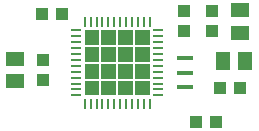
<source format=gbr>
G04 EAGLE Gerber RS-274X export*
G75*
%MOMM*%
%FSLAX34Y34*%
%LPD*%
%INSolderpaste Bottom*%
%IPPOS*%
%AMOC8*
5,1,8,0,0,1.08239X$1,22.5*%
G01*
%ADD10R,1.000000X1.100000*%
%ADD11R,1.399997X0.400000*%
%ADD12R,0.812800X0.254000*%
%ADD13R,0.254000X0.812800*%
%ADD14R,1.100000X1.000000*%
%ADD15R,1.300000X1.500000*%
%ADD16R,1.500000X1.300000*%

G36*
X329266Y361967D02*
X329266Y361967D01*
X329268Y361967D01*
X329311Y361986D01*
X329354Y362005D01*
X329355Y362007D01*
X329357Y362008D01*
X329390Y362093D01*
X329390Y374317D01*
X329389Y374319D01*
X329390Y374321D01*
X329370Y374364D01*
X329351Y374407D01*
X329349Y374408D01*
X329348Y374410D01*
X329264Y374443D01*
X317040Y374443D01*
X317038Y374442D01*
X317035Y374443D01*
X316992Y374423D01*
X316949Y374405D01*
X316948Y374403D01*
X316946Y374402D01*
X316913Y374317D01*
X316913Y362093D01*
X316914Y362091D01*
X316913Y362089D01*
X316933Y362046D01*
X316952Y362002D01*
X316954Y362001D01*
X316955Y361999D01*
X317040Y361967D01*
X329264Y361967D01*
X329266Y361967D01*
G37*
G36*
X357714Y361967D02*
X357714Y361967D01*
X357716Y361967D01*
X357759Y361986D01*
X357802Y362005D01*
X357803Y362007D01*
X357805Y362008D01*
X357838Y362093D01*
X357838Y374317D01*
X357837Y374319D01*
X357838Y374321D01*
X357818Y374364D01*
X357799Y374407D01*
X357797Y374408D01*
X357796Y374410D01*
X357712Y374443D01*
X345488Y374443D01*
X345486Y374442D01*
X345483Y374443D01*
X345440Y374423D01*
X345397Y374405D01*
X345396Y374403D01*
X345394Y374402D01*
X345361Y374317D01*
X345361Y362093D01*
X345362Y362091D01*
X345361Y362089D01*
X345381Y362046D01*
X345400Y362002D01*
X345402Y362001D01*
X345403Y361999D01*
X345488Y361967D01*
X357712Y361967D01*
X357714Y361967D01*
G37*
G36*
X343490Y361967D02*
X343490Y361967D01*
X343492Y361967D01*
X343535Y361986D01*
X343578Y362005D01*
X343579Y362007D01*
X343581Y362008D01*
X343614Y362093D01*
X343614Y374317D01*
X343613Y374319D01*
X343614Y374321D01*
X343594Y374364D01*
X343575Y374407D01*
X343573Y374408D01*
X343572Y374410D01*
X343488Y374443D01*
X331264Y374443D01*
X331262Y374442D01*
X331259Y374443D01*
X331216Y374423D01*
X331173Y374405D01*
X331172Y374403D01*
X331170Y374402D01*
X331137Y374317D01*
X331137Y362093D01*
X331138Y362091D01*
X331137Y362089D01*
X331157Y362046D01*
X331176Y362002D01*
X331178Y362001D01*
X331179Y361999D01*
X331264Y361967D01*
X343488Y361967D01*
X343490Y361967D01*
G37*
G36*
X371938Y361967D02*
X371938Y361967D01*
X371940Y361967D01*
X371983Y361986D01*
X372026Y362005D01*
X372027Y362007D01*
X372029Y362008D01*
X372062Y362093D01*
X372062Y374317D01*
X372061Y374319D01*
X372062Y374321D01*
X372042Y374364D01*
X372023Y374407D01*
X372021Y374408D01*
X372020Y374410D01*
X371936Y374443D01*
X359712Y374443D01*
X359710Y374442D01*
X359707Y374443D01*
X359664Y374423D01*
X359621Y374405D01*
X359620Y374403D01*
X359618Y374402D01*
X359585Y374317D01*
X359585Y362093D01*
X359586Y362091D01*
X359585Y362089D01*
X359605Y362046D01*
X359624Y362002D01*
X359626Y362001D01*
X359627Y361999D01*
X359712Y361967D01*
X371936Y361967D01*
X371938Y361967D01*
G37*
G36*
X357714Y347743D02*
X357714Y347743D01*
X357716Y347743D01*
X357759Y347762D01*
X357802Y347781D01*
X357803Y347783D01*
X357805Y347784D01*
X357838Y347869D01*
X357838Y360093D01*
X357837Y360095D01*
X357838Y360097D01*
X357818Y360140D01*
X357799Y360183D01*
X357797Y360184D01*
X357796Y360186D01*
X357712Y360219D01*
X345488Y360219D01*
X345486Y360218D01*
X345483Y360219D01*
X345440Y360199D01*
X345397Y360181D01*
X345396Y360179D01*
X345394Y360178D01*
X345361Y360093D01*
X345361Y347869D01*
X345362Y347867D01*
X345361Y347865D01*
X345381Y347822D01*
X345400Y347778D01*
X345402Y347777D01*
X345403Y347775D01*
X345488Y347743D01*
X357712Y347743D01*
X357714Y347743D01*
G37*
G36*
X329266Y347743D02*
X329266Y347743D01*
X329268Y347743D01*
X329311Y347762D01*
X329354Y347781D01*
X329355Y347783D01*
X329357Y347784D01*
X329390Y347869D01*
X329390Y360093D01*
X329389Y360095D01*
X329390Y360097D01*
X329370Y360140D01*
X329351Y360183D01*
X329349Y360184D01*
X329348Y360186D01*
X329264Y360219D01*
X317040Y360219D01*
X317038Y360218D01*
X317035Y360219D01*
X316992Y360199D01*
X316949Y360181D01*
X316948Y360179D01*
X316946Y360178D01*
X316913Y360093D01*
X316913Y347869D01*
X316914Y347867D01*
X316913Y347865D01*
X316933Y347822D01*
X316952Y347778D01*
X316954Y347777D01*
X316955Y347775D01*
X317040Y347743D01*
X329264Y347743D01*
X329266Y347743D01*
G37*
G36*
X343490Y347743D02*
X343490Y347743D01*
X343492Y347743D01*
X343535Y347762D01*
X343578Y347781D01*
X343579Y347783D01*
X343581Y347784D01*
X343614Y347869D01*
X343614Y360093D01*
X343613Y360095D01*
X343614Y360097D01*
X343594Y360140D01*
X343575Y360183D01*
X343573Y360184D01*
X343572Y360186D01*
X343488Y360219D01*
X331264Y360219D01*
X331262Y360218D01*
X331259Y360219D01*
X331216Y360199D01*
X331173Y360181D01*
X331172Y360179D01*
X331170Y360178D01*
X331137Y360093D01*
X331137Y347869D01*
X331138Y347867D01*
X331137Y347865D01*
X331157Y347822D01*
X331176Y347778D01*
X331178Y347777D01*
X331179Y347775D01*
X331264Y347743D01*
X343488Y347743D01*
X343490Y347743D01*
G37*
G36*
X371938Y347743D02*
X371938Y347743D01*
X371940Y347743D01*
X371983Y347762D01*
X372026Y347781D01*
X372027Y347783D01*
X372029Y347784D01*
X372062Y347869D01*
X372062Y360093D01*
X372061Y360095D01*
X372062Y360097D01*
X372042Y360140D01*
X372023Y360183D01*
X372021Y360184D01*
X372020Y360186D01*
X371936Y360219D01*
X359712Y360219D01*
X359710Y360218D01*
X359707Y360219D01*
X359664Y360199D01*
X359621Y360181D01*
X359620Y360179D01*
X359618Y360178D01*
X359585Y360093D01*
X359585Y347869D01*
X359586Y347867D01*
X359585Y347865D01*
X359605Y347822D01*
X359624Y347778D01*
X359626Y347777D01*
X359627Y347775D01*
X359712Y347743D01*
X371936Y347743D01*
X371938Y347743D01*
G37*
G36*
X329266Y333519D02*
X329266Y333519D01*
X329268Y333519D01*
X329311Y333538D01*
X329354Y333557D01*
X329355Y333559D01*
X329357Y333560D01*
X329390Y333645D01*
X329390Y345869D01*
X329389Y345871D01*
X329390Y345873D01*
X329370Y345916D01*
X329351Y345959D01*
X329349Y345960D01*
X329348Y345962D01*
X329264Y345995D01*
X317040Y345995D01*
X317038Y345994D01*
X317035Y345995D01*
X316992Y345975D01*
X316949Y345957D01*
X316948Y345955D01*
X316946Y345954D01*
X316913Y345869D01*
X316913Y333645D01*
X316914Y333643D01*
X316913Y333641D01*
X316933Y333598D01*
X316952Y333554D01*
X316954Y333553D01*
X316955Y333551D01*
X317040Y333519D01*
X329264Y333519D01*
X329266Y333519D01*
G37*
G36*
X357714Y333519D02*
X357714Y333519D01*
X357716Y333519D01*
X357759Y333538D01*
X357802Y333557D01*
X357803Y333559D01*
X357805Y333560D01*
X357838Y333645D01*
X357838Y345869D01*
X357837Y345871D01*
X357838Y345873D01*
X357818Y345916D01*
X357799Y345959D01*
X357797Y345960D01*
X357796Y345962D01*
X357712Y345995D01*
X345488Y345995D01*
X345486Y345994D01*
X345483Y345995D01*
X345440Y345975D01*
X345397Y345957D01*
X345396Y345955D01*
X345394Y345954D01*
X345361Y345869D01*
X345361Y333645D01*
X345362Y333643D01*
X345361Y333641D01*
X345381Y333598D01*
X345400Y333554D01*
X345402Y333553D01*
X345403Y333551D01*
X345488Y333519D01*
X357712Y333519D01*
X357714Y333519D01*
G37*
G36*
X343490Y333519D02*
X343490Y333519D01*
X343492Y333519D01*
X343535Y333538D01*
X343578Y333557D01*
X343579Y333559D01*
X343581Y333560D01*
X343614Y333645D01*
X343614Y345869D01*
X343613Y345871D01*
X343614Y345873D01*
X343594Y345916D01*
X343575Y345959D01*
X343573Y345960D01*
X343572Y345962D01*
X343488Y345995D01*
X331264Y345995D01*
X331262Y345994D01*
X331259Y345995D01*
X331216Y345975D01*
X331173Y345957D01*
X331172Y345955D01*
X331170Y345954D01*
X331137Y345869D01*
X331137Y333645D01*
X331138Y333643D01*
X331137Y333641D01*
X331157Y333598D01*
X331176Y333554D01*
X331178Y333553D01*
X331179Y333551D01*
X331264Y333519D01*
X343488Y333519D01*
X343490Y333519D01*
G37*
G36*
X371938Y333519D02*
X371938Y333519D01*
X371940Y333519D01*
X371983Y333538D01*
X372026Y333557D01*
X372027Y333559D01*
X372029Y333560D01*
X372062Y333645D01*
X372062Y345869D01*
X372061Y345871D01*
X372062Y345873D01*
X372042Y345916D01*
X372023Y345959D01*
X372021Y345960D01*
X372020Y345962D01*
X371936Y345995D01*
X359712Y345995D01*
X359710Y345994D01*
X359707Y345995D01*
X359664Y345975D01*
X359621Y345957D01*
X359620Y345955D01*
X359618Y345954D01*
X359585Y345869D01*
X359585Y333645D01*
X359586Y333643D01*
X359585Y333641D01*
X359605Y333598D01*
X359624Y333554D01*
X359626Y333553D01*
X359627Y333551D01*
X359712Y333519D01*
X371936Y333519D01*
X371938Y333519D01*
G37*
G36*
X343490Y319295D02*
X343490Y319295D01*
X343492Y319295D01*
X343535Y319314D01*
X343578Y319333D01*
X343579Y319335D01*
X343581Y319336D01*
X343614Y319421D01*
X343614Y331645D01*
X343613Y331647D01*
X343614Y331649D01*
X343594Y331692D01*
X343575Y331735D01*
X343573Y331736D01*
X343572Y331738D01*
X343488Y331771D01*
X331264Y331771D01*
X331262Y331770D01*
X331259Y331771D01*
X331216Y331751D01*
X331173Y331733D01*
X331172Y331731D01*
X331170Y331730D01*
X331137Y331645D01*
X331137Y319421D01*
X331138Y319419D01*
X331137Y319417D01*
X331157Y319374D01*
X331176Y319330D01*
X331178Y319329D01*
X331179Y319327D01*
X331264Y319295D01*
X343488Y319295D01*
X343490Y319295D01*
G37*
G36*
X357714Y319295D02*
X357714Y319295D01*
X357716Y319295D01*
X357759Y319314D01*
X357802Y319333D01*
X357803Y319335D01*
X357805Y319336D01*
X357838Y319421D01*
X357838Y331645D01*
X357837Y331647D01*
X357838Y331649D01*
X357818Y331692D01*
X357799Y331735D01*
X357797Y331736D01*
X357796Y331738D01*
X357712Y331771D01*
X345488Y331771D01*
X345486Y331770D01*
X345483Y331771D01*
X345440Y331751D01*
X345397Y331733D01*
X345396Y331731D01*
X345394Y331730D01*
X345361Y331645D01*
X345361Y319421D01*
X345362Y319419D01*
X345361Y319417D01*
X345381Y319374D01*
X345400Y319330D01*
X345402Y319329D01*
X345403Y319327D01*
X345488Y319295D01*
X357712Y319295D01*
X357714Y319295D01*
G37*
G36*
X371938Y319295D02*
X371938Y319295D01*
X371940Y319295D01*
X371983Y319314D01*
X372026Y319333D01*
X372027Y319335D01*
X372029Y319336D01*
X372062Y319421D01*
X372062Y331645D01*
X372061Y331647D01*
X372062Y331649D01*
X372042Y331692D01*
X372023Y331735D01*
X372021Y331736D01*
X372020Y331738D01*
X371936Y331771D01*
X359712Y331771D01*
X359710Y331770D01*
X359707Y331771D01*
X359664Y331751D01*
X359621Y331733D01*
X359620Y331731D01*
X359618Y331730D01*
X359585Y331645D01*
X359585Y319421D01*
X359586Y319419D01*
X359585Y319417D01*
X359605Y319374D01*
X359624Y319330D01*
X359626Y319329D01*
X359627Y319327D01*
X359712Y319295D01*
X371936Y319295D01*
X371938Y319295D01*
G37*
G36*
X329266Y319295D02*
X329266Y319295D01*
X329268Y319295D01*
X329311Y319314D01*
X329354Y319333D01*
X329355Y319335D01*
X329357Y319336D01*
X329390Y319421D01*
X329390Y331645D01*
X329389Y331647D01*
X329390Y331649D01*
X329370Y331692D01*
X329351Y331735D01*
X329349Y331736D01*
X329348Y331738D01*
X329264Y331771D01*
X317040Y331771D01*
X317038Y331770D01*
X317035Y331771D01*
X316992Y331751D01*
X316949Y331733D01*
X316948Y331731D01*
X316946Y331730D01*
X316913Y331645D01*
X316913Y319421D01*
X316914Y319419D01*
X316913Y319417D01*
X316933Y319374D01*
X316952Y319330D01*
X316954Y319329D01*
X316955Y319327D01*
X317040Y319295D01*
X329264Y319295D01*
X329266Y319295D01*
G37*
D10*
X448781Y325843D03*
X431781Y325843D03*
D11*
X402249Y326590D03*
X402249Y338590D03*
X402249Y350590D03*
D12*
X379032Y374376D03*
X379032Y369375D03*
X379032Y364373D03*
X379032Y359372D03*
X379032Y354371D03*
X379032Y349370D03*
X379032Y344368D03*
X379032Y339367D03*
X379032Y334366D03*
X379032Y329365D03*
X379032Y324363D03*
X379032Y319362D03*
D13*
X371995Y312325D03*
X366994Y312325D03*
X361992Y312325D03*
X356991Y312325D03*
X351990Y312325D03*
X346989Y312325D03*
X341987Y312325D03*
X336986Y312325D03*
X331985Y312325D03*
X326984Y312325D03*
X321982Y312325D03*
X316981Y312325D03*
D12*
X309944Y319362D03*
X309944Y324363D03*
X309944Y329365D03*
X309944Y334366D03*
X309944Y339367D03*
X309944Y344368D03*
X309944Y349370D03*
X309944Y354371D03*
X309944Y359372D03*
X309944Y364373D03*
X309944Y369375D03*
X309944Y374376D03*
D13*
X316981Y381413D03*
X321982Y381413D03*
X326984Y381413D03*
X331985Y381413D03*
X336986Y381413D03*
X341987Y381413D03*
X346989Y381413D03*
X351990Y381413D03*
X356991Y381413D03*
X361992Y381413D03*
X366994Y381413D03*
X371995Y381413D03*
D10*
X298083Y388311D03*
X281083Y388311D03*
D14*
X410874Y296827D03*
X427874Y296827D03*
D10*
X424798Y390501D03*
X424798Y373501D03*
X400777Y390499D03*
X400777Y373499D03*
X281623Y349419D03*
X281623Y332419D03*
D15*
X452936Y348159D03*
X433936Y348159D03*
D16*
X448691Y391500D03*
X448691Y372500D03*
X257957Y350082D03*
X257957Y331082D03*
M02*

</source>
